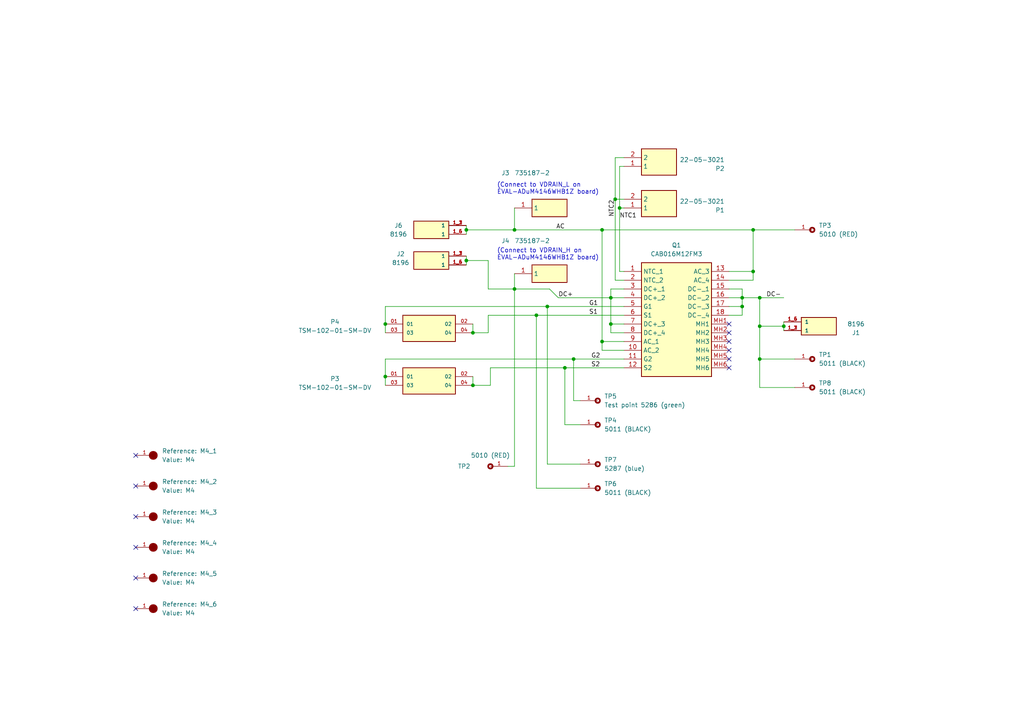
<source format=kicad_sch>
(kicad_sch (version 20231120) (generator "eeschema") (generator_version "8.0")
  (paper "A4")
  (title_block (title "Half-bridge MOSFET board for modular multiphase qZSI") (date "12/02/2024") (rev "1") (company "Universidade de Vigo - Applied Power Electronics (APET) research group") (comment 4 "Proyect PID2021-124136OB-I00 supported by") (comment 8 "~\\Luiz e Oscar\\MOSFET_Module\\KiCad\\ProjectFiles_Low_Cap") (comment 9 "L. Lisboa, O. López"))
  (lib_symbols
    (symbol "CAB016M12FM3_with_insert_pins:CAB016M12FM3_with_insert_pins_no_DC_link"
      (property "Reference" "Q" (at 26.67 7.62 0))
      (property "Value" "CAB016M12FM3" (at 26.67 5.08 0))
      (symbol "CAB016M12FM3_with_insert_pins_no_DC_link_1_1"
        (rectangle (start 5.08 2.54) (end 25.4 -30.48) (stroke (width 0.254)) (fill (type background)))
        (pin passive line (at 0 0 0) (length 5.08) (name "NTC_1") (number "1"))
        (pin passive line (at 0 -22.86 0) (length 5.08) (name "AC_2") (number "10"))
        (pin passive line (at 0 -25.4 0) (length 5.08) (name "G2") (number "11"))
        (pin passive line (at 0 -27.94 0) (length 5.08) (name "S2") (number "12"))
        (pin passive line (at 30.48 0 180) (length 5.08) (name "AC_3") (number "13"))
        (pin passive line (at 30.48 -2.54 180) (length 5.08) (name "AC_4") (number "14"))
        (pin passive line (at 30.48 -5.08 180) (length 5.08) (name "DC-_1") (number "15"))
        (pin passive line (at 30.48 -7.62 180) (length 5.08) (name "DC-_2") (number "16"))
        (pin passive line (at 30.48 -10.16 180) (length 5.08) (name "DC-_3") (number "17"))
        (pin passive line (at 30.48 -12.7 180) (length 5.08) (name "DC-_4") (number "18"))
        (pin passive line (at 0 -2.54 0) (length 5.08) (name "NTC_2") (number "2"))
        (pin passive line (at 0 -5.08 0) (length 5.08) (name "DC+_1") (number "3"))
        (pin passive line (at 0 -7.62 0) (length 5.08) (name "DC+_2") (number "4"))
        (pin passive line (at 0 -10.16 0) (length 5.08) (name "G1") (number "5"))
        (pin passive line (at 0 -12.7 0) (length 5.08) (name "S1") (number "6"))
        (pin passive line (at 0 -15.24 0) (length 5.08) (name "DC+_3") (number "7"))
        (pin passive line (at 0 -17.78 0) (length 5.08) (name "DC+_4") (number "8"))
        (pin passive line (at 0 -20.32 0) (length 5.08) (name "AC_1") (number "9"))
        (pin passive line (at 30.48 -15.24 180) (length 5.08) (name "MH1") (number "MH1"))
        (pin passive line (at 30.48 -17.78 180) (length 5.08) (name "MH2") (number "MH2"))
        (pin passive line (at 30.48 -20.32 180) (length 5.08) (name "MH3") (number "MH3"))
        (pin passive line (at 30.48 -22.86 180) (length 5.08) (name "MH4") (number "MH4"))
        (pin passive line (at 30.48 -25.4 180) (length 5.08) (name "MH5") (number "MH5"))
        (pin passive line (at 30.48 -27.94 180) (length 5.08) (name "MH6") (number "MH6"))
      )
    )
    (symbol "Connector_for_NTC_signal_Molex_22-05-3021:22-05-3021"
      (property "Reference" "P" (at 16.51 7.62 0))
      (property "Value" "22-05-3021" (at 16.51 5.08 0))
      (symbol "22-05-3021_1_1"
        (rectangle (start 5.08 2.54) (end 15.24 -5.08) (stroke (width 0.254)) (fill (type background)))
        (pin passive line (at 0 0 0) (length 5.08) (name "1") (number "1"))
        (pin passive line (at 0 -2.54 0) (length 5.08) (name "2") (number "2"))
      )
    )
    (symbol "KEYSTONE_8196:8196" (pin_names (offset 1.016))
      (property "Reference" "J" (at -5.08 3.302 0))
      (property "Value" "8196" (at -5.08 -5.08 0))
      (symbol "8196_0_0"
        (rectangle (start -5.08 2.54) (end 5.08 -2.54) (stroke (width 0.254)) (fill (type background)))
        (pin passive line (at -10.16 -1.27 0) (length 5.08) (name "1") (number "1_1"))
        (pin passive line (at -10.16 -1.27 0) (length 5.08) (name "1") (number "1_2"))
        (pin passive line (at -10.16 -1.27 0) (length 5.08) (name "1") (number "1_3"))
        (pin passive line (at -10.16 1.27 0) (length 5.08) (name "1") (number "1_4"))
        (pin passive line (at -10.16 1.27 0) (length 5.08) (name "1") (number "1_5"))
        (pin passive line (at -10.16 1.27 0) (length 5.08) (name "1") (number "1_6"))
      )
    )
    (symbol "M4_pin_1" (pin_names (offset 1.016))
      (property "Reference" "M4_" (at -2.5444 2.5415 0) (show_name))
      (property "Value" "M4" (at -2.55 -5.0866 0) (show_name))
      (symbol "M4_pin_1_0_0"
        (circle (center 0 0) (radius 0.635) (stroke (width 1.27)))
      )
      (symbol "M4_pin_1_1_0"
        (pin passive line (at -5.08 0 0) (length 5.08) (name "~") (number "1"))
      )
    )
    (symbol "M4_pin_2" (pin_names (offset 1.016))
      (property "Reference" "M4_" (at -2.5444 2.5415 0) (show_name))
      (property "Value" "M4" (at -2.55 -5.0866 0) (show_name))
      (symbol "M4_pin_2_0_0"
        (circle (center 0 0) (radius 0.635) (stroke (width 1.27)))
      )
      (symbol "M4_pin_2_1_0"
        (pin passive line (at -5.08 0 0) (length 5.08) (name "~") (number "1"))
      )
    )
    (symbol "SAMTEC_TSM-102-01-SM-DV:TSM-102-01-SM-DV" (pin_names (offset 1.016))
      (property "Reference" "J" (at -8.12 5.08 0))
      (property "Value" "TSM-102-01-SM-DV" (at -7.62 -5.08 0))
      (symbol "TSM-102-01-SM-DV_0_0"
        (rectangle (start -7.62 -2.54) (end 7.62 5.08) (stroke (width 0.254)) (fill (type background)))
        (pin passive line (at -12.7 2.54 0) (length 5.08) (name "01") (number "01"))
        (pin passive line (at 12.7 2.54 180) (length 5.08) (name "02") (number "02"))
        (pin passive line (at -12.7 0 0) (length 5.08) (name "03") (number "03"))
        (pin passive line (at 12.7 0 180) (length 5.08) (name "04") (number "04"))
      )
    )
    (symbol "TE_CONNECTIVITY_735187-2:735187-2"
      (property "Reference" "J" (at 16.51 7.62 0))
      (property "Value" "735187-2" (at 16.51 5.08 0))
      (symbol "735187-2_1_1"
        (rectangle (start 5.08 2.54) (end 15.24 -2.54) (stroke (width 0.254)) (fill (type background)))
        (pin passive line (at 0 0 0) (length 5.08) (name "1") (number "1"))
      )
    )
    (symbol "Test_pin_KEYSTONE_5010 (red):5010" (pin_names (offset 1.016))
      (property "Reference" "TP" (at -2.5444 2.5415 0))
      (property "Value" "5010 (RED)" (at -2.55 -5.0866 0))
      (symbol "5010_1_0"
        (circle (center 0 0) (radius 0.635) (stroke (width 0.5)) (fill (type color)))
        (pin passive line (at -5.08 0 0) (length 5.08) (name "~") (number "1"))
      )
    )
    (symbol "Test_pin_KEYSTONE_5011:5011" (pin_names (offset 1.016))
      (property "Reference" "TP" (at -2.5444 2.5415 0))
      (property "Value" "5011 (BLACK)" (at -2.55 -5.0866 0))
      (symbol "5011_1_0"
        (circle (center 0 0) (radius 0.635) (stroke (width 0.5)) (fill (type color)))
        (pin passive line (at -5.08 0 0) (length 5.08) (name "~") (number "1"))
      )
    )
    (symbol "Test_pin_KEYSTONE_5286:5286" (pin_names (offset 1.016))
      (property "Reference" "TP1" (at 1.27 -2.54 90))
      (property "Value" "5286 (green)" (at -1.27 -2.54 90))
      (symbol "5286_0_0"
        (pin passive line (at -5.08 0 0) (length 5.08) (name "~") (number "1"))
      )
      (symbol "5286_1_1"
        (circle (center 0 0) (radius 0.635) (stroke (width 0.5)) (fill (type color) (color 255 255 255 1)))
      )
    )
    (symbol "Test_pin_KEYSTONE_5287:5287" (pin_names (offset 1.016))
      (property "Reference" "TP" (at -2.5444 2.5415 0))
      (property "Value" "5287 (blue)" (at -2.55 -5.0866 0))
      (symbol "5287_0_0"
        (pin passive line (at -5.08 0 0) (length 5.08) (name "~") (number "1"))
      )
      (symbol "5287_1_1"
        (circle (center 0 0) (radius 0.635) (stroke (width 0.5)) (fill (type color) (color 255 255 255 1)))
      )
    )
  )
  (junction (at 137.16 96.52))
  (junction (at 166.37 104.14))
  (junction (at 174.625 66.675))
  (junction (at 220.345 94.615))
  (junction (at 178.435 57.785))
  (junction (at 215.265 88.9))
  (junction (at 215.265 86.36))
  (junction (at 218.44 66.675))
  (junction (at 135.255 75.565))
  (junction (at 149.225 66.675))
  (junction (at 137.16 111.76))
  (junction (at 163.83 106.68))
  (junction (at 220.345 86.36))
  (junction (at 218.44 78.74))
  (junction (at 177.165 86.36))
  (junction (at 149.225 83.82))
  (junction (at 227.33 94.615))
  (junction (at 135.255 66.675))
  (junction (at 155.575 91.44))
  (junction (at 179.705 60.325))
  (junction (at 220.345 104.14))
  (junction (at 177.165 93.98))
  (junction (at 158.75 88.9))
  (junction (at 111.76 93.98))
  (junction (at 174.625 99.06))
  (junction (at 111.76 109.22))
  (no_connect (at 39.37 149.86))
  (no_connect (at 211.455 99.06))
  (no_connect (at 211.455 93.98))
  (no_connect (at 211.455 104.14))
  (no_connect (at 211.455 96.52))
  (no_connect (at 211.455 101.6))
  (no_connect (at 211.455 106.68))
  (no_connect (at 39.37 176.53))
  (no_connect (at 39.37 140.97))
  (no_connect (at 39.37 132.08))
  (no_connect (at 39.37 158.75))
  (no_connect (at 39.37 167.64))
  (wire (pts (xy 111.76 93.98) (xy 111.76 96.52)))
  (wire (pts (xy 178.435 45.72) (xy 178.435 57.785)))
  (wire (pts (xy 174.625 99.06) (xy 174.625 101.6)))
  (wire (pts (xy 135.255 74.295) (xy 135.255 75.565)))
  (wire (pts (xy 158.75 88.9) (xy 180.975 88.9)))
  (wire (pts (xy 177.165 96.52) (xy 180.975 96.52)))
  (wire (pts (xy 135.255 75.565) (xy 141.605 75.565)))
  (wire (pts (xy 149.225 83.82) (xy 159.385 83.82)))
  (wire (pts (xy 218.44 66.675) (xy 218.44 78.74)))
  (wire (pts (xy 177.165 83.82) (xy 177.165 86.36)))
  (wire (pts (xy 155.575 91.44) (xy 180.975 91.44)))
  (wire (pts (xy 141.605 96.52) (xy 141.605 91.44)))
  (wire (pts (xy 163.83 106.68) (xy 163.83 123.19)))
  (wire (pts (xy 166.37 104.14) (xy 166.37 116.205)))
  (wire (pts (xy 141.605 75.565) (xy 141.605 83.82)))
  (wire (pts (xy 220.345 94.615) (xy 220.345 104.14)))
  (wire (pts (xy 135.255 66.675) (xy 149.225 66.675)))
  (wire (pts (xy 227.33 94.615) (xy 227.33 95.885)))
  (wire (pts (xy 174.625 66.675) (xy 218.44 66.675)))
  (wire (pts (xy 220.345 86.36) (xy 227.33 86.36)))
  (wire (pts (xy 137.16 111.76) (xy 137.16 109.22)))
  (wire (pts (xy 220.345 86.36) (xy 220.345 94.615)))
  (wire (pts (xy 111.76 104.14) (xy 166.37 104.14)))
  (wire (pts (xy 211.455 86.36) (xy 215.265 86.36)))
  (wire (pts (xy 220.345 104.14) (xy 230.505 104.14)))
  (wire (pts (xy 227.33 93.345) (xy 227.33 94.615)))
  (wire (pts (xy 137.16 111.76) (xy 142.24 111.76)))
  (wire (pts (xy 179.705 78.74) (xy 180.975 78.74)))
  (wire (pts (xy 135.255 66.675) (xy 135.255 67.945)))
  (wire (pts (xy 211.455 83.82) (xy 215.265 83.82)))
  (wire (pts (xy 179.705 60.325) (xy 179.705 78.74)))
  (wire (pts (xy 177.165 86.36) (xy 177.165 93.98)))
  (wire (pts (xy 149.225 66.675) (xy 174.625 66.675)))
  (wire (pts (xy 111.76 109.22) (xy 111.76 111.76)))
  (wire (pts (xy 174.625 99.06) (xy 180.975 99.06)))
  (wire (pts (xy 178.435 81.28) (xy 180.975 81.28)))
  (wire (pts (xy 149.225 79.375) (xy 149.225 83.82)))
  (wire (pts (xy 135.255 75.565) (xy 135.255 76.835)))
  (wire (pts (xy 220.345 104.14) (xy 220.345 112.395)))
  (wire (pts (xy 149.225 83.82) (xy 149.225 135.255)))
  (wire (pts (xy 158.75 88.9) (xy 158.75 134.62)))
  (wire (pts (xy 218.44 78.74) (xy 218.44 81.28)))
  (wire (pts (xy 211.455 91.44) (xy 215.265 91.44)))
  (wire (pts (xy 211.455 88.9) (xy 215.265 88.9)))
  (wire (pts (xy 135.255 65.405) (xy 135.255 66.675)))
  (wire (pts (xy 149.225 60.325) (xy 149.225 66.675)))
  (wire (pts (xy 142.24 111.76) (xy 142.24 106.68)))
  (wire (pts (xy 111.76 88.9) (xy 158.75 88.9)))
  (wire (pts (xy 142.24 106.68) (xy 163.83 106.68)))
  (wire (pts (xy 179.705 60.325) (xy 180.975 60.325)))
  (wire (pts (xy 179.705 48.26) (xy 180.975 48.26)))
  (wire (pts (xy 218.44 66.675) (xy 230.505 66.675)))
  (wire (pts (xy 211.455 81.28) (xy 218.44 81.28)))
  (wire (pts (xy 211.455 78.74) (xy 218.44 78.74)))
  (wire (pts (xy 155.575 141.605) (xy 168.275 141.605)))
  (wire (pts (xy 166.37 116.205) (xy 168.275 116.205)))
  (wire (pts (xy 158.75 134.62) (xy 168.275 134.62)))
  (wire (pts (xy 177.165 83.82) (xy 180.975 83.82)))
  (wire (pts (xy 174.625 66.675) (xy 174.625 99.06)))
  (wire (pts (xy 155.575 91.44) (xy 155.575 141.605)))
  (wire (pts (xy 137.16 93.98) (xy 137.16 96.52)))
  (wire (pts (xy 215.265 86.36) (xy 215.265 88.9)))
  (wire (pts (xy 179.705 48.26) (xy 179.705 60.325)))
  (wire (pts (xy 147.32 135.255) (xy 149.225 135.255)))
  (wire (pts (xy 177.165 93.98) (xy 177.165 96.52)))
  (wire (pts (xy 215.265 88.9) (xy 215.265 91.44)))
  (wire (pts (xy 178.435 57.785) (xy 180.975 57.785)))
  (wire (pts (xy 141.605 83.82) (xy 149.225 83.82)))
  (wire (pts (xy 161.925 86.36) (xy 177.165 86.36)))
  (wire (pts (xy 163.83 123.19) (xy 168.275 123.19)))
  (wire (pts (xy 178.435 45.72) (xy 180.975 45.72)))
  (wire (pts (xy 177.165 86.36) (xy 180.975 86.36)))
  (wire (pts (xy 215.265 83.82) (xy 215.265 86.36)))
  (wire (pts (xy 166.37 104.14) (xy 180.975 104.14)))
  (wire (pts (xy 111.76 104.14) (xy 111.76 109.22)))
  (wire (pts (xy 215.265 86.36) (xy 220.345 86.36)))
  (wire (pts (xy 177.165 93.98) (xy 180.975 93.98)))
  (wire (pts (xy 159.385 83.82) (xy 161.925 86.36)))
  (wire (pts (xy 220.345 112.395) (xy 230.505 112.395)))
  (wire (pts (xy 178.435 57.785) (xy 178.435 81.28)))
  (wire (pts (xy 174.625 101.6) (xy 180.975 101.6)))
  (wire (pts (xy 220.345 94.615) (xy 227.33 94.615)))
  (wire (pts (xy 163.83 106.68) (xy 180.975 106.68)))
  (wire (pts (xy 141.605 91.44) (xy 155.575 91.44)))
  (wire (pts (xy 111.76 88.9) (xy 111.76 93.98)))
  (wire (pts (xy 137.16 96.52) (xy 141.605 96.52)))
  (text "(Connect to VDRAIN_L on \nEVAL-ADuM4146WHB1Z board)" (at 144.145 56.515 0) (effects (font (size 1.27 1.27)) (justify left bottom)))
  (text "(Connect to VDRAIN_H on \nEVAL-ADuM4146WHB1Z board)" (at 144.145 75.565 0) (effects (font (size 1.27 1.27)) (justify left bottom)))
  (label "G1" (at 170.815 88.9 0))
  (label "NTC1" (at 179.705 63.5 0))
  (label "G2" (at 171.45 104.14 0))
  (label "AC" (at 161.29 66.675 0))
  (label "NTC2" (at 178.435 62.865 90))
  (label "DC-" (at 222.25 86.36 0))
  (label "DC+" (at 161.925 86.36 0))
  (label "S1" (at 170.815 91.44 0))
  (label "S2" (at 171.45 106.68 0))
  (symbol (lib_id "Test_pin_KEYSTONE_5287:5287") (at 173.355 134.62 0) (unit 1)
    (property "Reference" "TP7" (at 175.26 133.35 0) (effects (justify left)))
    (property "Value" "5287 (blue)" (at 175.26 135.89 0) (effects (justify left)))
    (property "Footprint" "KiCad:Test_pin_KEYSTONE_5287" (effects (hide yes)))
    (property "Description" "\nTEST POINT (BLUE) - MULTIPURPOSE\n" (effects (hide yes)))
    (property "MF" "Keystone Electronics" (effects (hide yes)))
    (property "MAXIMUM_PACKAGE_HEIGHT" "5.59mm" (effects (hide yes)))
    (property "Package" "None" (effects (hide yes)))
    (property "Price" "None" (effects (hide yes)))
    (property "Check_prices" "https://www.snapeda.com/parts/5287/Keystone+Electronics/view-part/?ref=eda" (effects (hide yes)))
    (property "STANDARD" "Manufacturer Recommendations" (effects (hide yes)))
    (property "SnapEDA_Link" "https://www.snapeda.com/parts/5287/Keystone+Electronics/view-part/?ref=snap" (effects (hide yes)))
    (property "MP" "5287" (effects (hide yes)))
    (property "MANUFACTURER" "Keystone" (effects (hide yes)))
    (property "Availability" "In Stock" (effects (hide yes)))
    (property "SNAPEDA_PN" "5270" (effects (hide yes)))
  )
  (symbol (lib_id "TE_CONNECTIVITY_735187-2:735187-2") (at 149.225 60.325 0) (unit 1)
    (property "Reference" "J3" (at 145.415 50.165 0) (effects (justify left)))
    (property "Value" "735187-2" (at 149.225 50.165 0) (effects (justify left)))
    (property "Footprint" "KiCad:TE_CONNECTIVITY_7351872" (effects (hide yes)))
    (property "Datasheet" "http://www.te.com/commerce/DocumentDelivery/DDEController?Action=showdoc&DocId=Customer+Drawing%7F735187%7FD2%7Fpdf%7FEnglish%7FENG_CD_735187_D2.pdf%7F735187-2" (effects (hide yes)))
    (property "Height" "0" (effects (hide yes)))
    (property "Mouser Part Number" "571-735187-2" (effects (hide yes)))
    (property "Mouser Price/Stock" "https://www.mouser.co.uk/ProductDetail/TE-Connectivity-AMP/735187-2?qs=sd1rtLGwt46VH%2FlJGJZu5w%3D%3D" (effects (hide yes)))
    (property "Manufacturer_Name" "TE Connectivity" (effects (hide yes)))
    (property "Manufacturer_Part_Number" "735187-2" (effects (hide yes)))
  )
  (symbol (lib_name "M4_pin_2") (lib_id "M4_Hole:M4_pin") (at 44.45 158.75 0) (unit 1)
    (property "Reference" "M4_4" (at 46.99 157.48 0) (show_name yes) (effects (justify left)))
    (property "Value" "M4" (at 46.99 160.02 0) (show_name yes) (effects (justify left)))
    (property "Footprint" "KiCad:M4_Hole" (effects (hide yes)))
    (property "Description" "\nTest Point MultiPurpose THM H .445 Nylon 46 Insulated Blk PhosBronze/Silver | Keystone Electronics 5011\n" (effects (hide yes)))
    (property "RS_Components_2042652_Purchase_URL" "https://www.snapeda.com/api/url_track_click/https%253A//uk.rs-online.com/web/p/terminal-posts/2042652//%253Futm_campaign%253Dbuynow%2526utm_medium%253Daggregator%2526utm_source%253Dsnapeda%2526cm_mmc%253Daff-_-uk-_-snapeda-_-2042652/?unipart_id=6628606&manufacturer=Keystone Electronics Corp.&part_name=5011&search_term=keystone 5011" (effects (hide yes)))
    (property "MF" "Keystone Electronics Corp." (effects (hide yes)))
    (property "MAXIMUM_PACKAGE_HEIGHT" "8.13 mm" (effects (hide yes)))
    (property "Package" "None" (effects (hide yes)))
    (property "Check_prices" "https://www.snapeda.com/parts/5011/Keystone+Electronics/view-part/?ref=eda" (effects (hide yes)))
    (property "STANDARD" "Manufacturer Recommendations" (effects (hide yes)))
    (property "PARTREV" "F" (effects (hide yes)))
    (property "SnapEDA_Link" "https://www.snapeda.com/parts/5011/Keystone+Electronics/view-part/?ref=snap" (effects (hide yes)))
    (property "MP" "5011" (effects (hide yes)))
    (property "Purchase-URL" "https://www.snapeda.com/api/url_track_click_mouser/?unipart_id=6628606&manufacturer=Keystone Electronics Corp.&part_name=5011&search_term=keystone 5011" (effects (hide yes)))
    (property "MANUFACTURER" "Keystone Electronics" (effects (hide yes)))
    (property "SNAPEDA_PN" "5010" (effects (hide yes)))
  )
  (symbol (lib_name "M4_pin_2") (lib_id "M4_Hole:M4_pin") (at 44.45 176.53 0) (unit 1)
    (property "Reference" "M4_6" (at 46.99 175.26 0) (show_name yes) (effects (justify left)))
    (property "Value" "M4" (at 46.99 177.8 0) (show_name yes) (effects (justify left)))
    (property "Footprint" "KiCad:M4_Hole" (effects (hide yes)))
    (property "Description" "\nTest Point MultiPurpose THM H .445 Nylon 46 Insulated Blk PhosBronze/Silver | Keystone Electronics 5011\n" (effects (hide yes)))
    (property "RS_Components_2042652_Purchase_URL" "https://www.snapeda.com/api/url_track_click/https%253A//uk.rs-online.com/web/p/terminal-posts/2042652//%253Futm_campaign%253Dbuynow%2526utm_medium%253Daggregator%2526utm_source%253Dsnapeda%2526cm_mmc%253Daff-_-uk-_-snapeda-_-2042652/?unipart_id=6628606&manufacturer=Keystone Electronics Corp.&part_name=5011&search_term=keystone 5011" (effects (hide yes)))
    (property "MF" "Keystone Electronics Corp." (effects (hide yes)))
    (property "MAXIMUM_PACKAGE_HEIGHT" "8.13 mm" (effects (hide yes)))
    (property "Package" "None" (effects (hide yes)))
    (property "Check_prices" "https://www.snapeda.com/parts/5011/Keystone+Electronics/view-part/?ref=eda" (effects (hide yes)))
    (property "STANDARD" "Manufacturer Recommendations" (effects (hide yes)))
    (property "PARTREV" "F" (effects (hide yes)))
    (property "SnapEDA_Link" "https://www.snapeda.com/parts/5011/Keystone+Electronics/view-part/?ref=snap" (effects (hide yes)))
    (property "MP" "5011" (effects (hide yes)))
    (property "Purchase-URL" "https://www.snapeda.com/api/url_track_click_mouser/?unipart_id=6628606&manufacturer=Keystone Electronics Corp.&part_name=5011&search_term=keystone 5011" (effects (hide yes)))
    (property "MANUFACTURER" "Keystone Electronics" (effects (hide yes)))
    (property "SNAPEDA_PN" "5010" (effects (hide yes)))
  )
  (symbol (lib_id "SAMTEC_TSM-102-01-SM-DV:TSM-102-01-SM-DV") (at 124.46 111.76 0) (unit 1)
    (property "Reference" "P3" (at 97.155 109.855 0))
    (property "Value" "TSM-102-01-SM-DV" (at 97.155 112.395 0))
    (property "Footprint" "KiCad:SAMTEC_TSM-102-01-SM-DV" (effects (hide yes)))
    (property "MANUFACTURER" "SAMTEC" (effects (hide yes)))
  )
  (symbol (lib_id "KEYSTONE_8196:8196") (at 237.49 94.615 0) (unit 1)
    (property "Reference" "J1" (at 248.285 96.52 0))
    (property "Value" "8196" (at 248.285 93.98 0))
    (property "Footprint" "KiCad:KEYSTONE_8196" (effects (hide yes)))
    (property "Description" "\nSnap In PC Mount 30Amp-w/ Screw Unassembled\n" (effects (hide yes)))
    (property "MF" "Keystone Electronics" (effects (hide yes)))
    (property "MAXIMUM_PACKAGE_HEIGHT" "11.51 mm" (effects (hide yes)))
    (property "Package" "None" (effects (hide yes)))
    (property "Price" "None" (effects (hide yes)))
    (property "Check_prices" "https://www.snapeda.com/parts/8196/Keystone+Electronics/view-part/?ref=eda" (effects (hide yes)))
    (property "STANDARD" "Manufacturer Recommendations" (effects (hide yes)))
    (property "PARTREV" "D" (effects (hide yes)))
    (property "SnapEDA_Link" "https://www.snapeda.com/parts/8196/Keystone+Electronics/view-part/?ref=snap" (effects (hide yes)))
    (property "MP" "8196" (effects (hide yes)))
    (property "Purchase-URL" "https://www.snapeda.com/api/url_track_click_mouser/?unipart_id=552876&manufacturer=Keystone Electronics&part_name=8196&search_term=None" (effects (hide yes)))
    (property "Availability" "In Stock" (effects (hide yes)))
    (property "MANUFACTURER" "Keystone Electronics" (effects (hide yes)))
  )
  (symbol (lib_id "TE_CONNECTIVITY_735187-2:735187-2") (at 149.225 79.375 0) (unit 1)
    (property "Reference" "J4" (at 145.415 69.85 0) (effects (justify left)))
    (property "Value" "735187-2" (at 149.225 69.85 0) (effects (justify left)))
    (property "Footprint" "KiCad:TE_CONNECTIVITY_7351872" (effects (hide yes)))
    (property "Datasheet" "http://www.te.com/commerce/DocumentDelivery/DDEController?Action=showdoc&DocId=Customer+Drawing%7F735187%7FD2%7Fpdf%7FEnglish%7FENG_CD_735187_D2.pdf%7F735187-2" (effects (hide yes)))
    (property "Height" "0" (effects (hide yes)))
    (property "Mouser Part Number" "571-735187-2" (effects (hide yes)))
    (property "Mouser Price/Stock" "https://www.mouser.co.uk/ProductDetail/TE-Connectivity-AMP/735187-2?qs=sd1rtLGwt46VH%2FlJGJZu5w%3D%3D" (effects (hide yes)))
    (property "Manufacturer_Name" "TE Connectivity" (effects (hide yes)))
    (property "Manufacturer_Part_Number" "735187-2" (effects (hide yes)))
  )
  (symbol (lib_name "M4_pin_1") (lib_id "M4_Hole:M4_pin") (at 44.45 167.64 0) (unit 1)
    (property "Reference" "M4_5" (at 46.99 166.37 0) (show_name yes) (effects (justify left)))
    (property "Value" "M4" (at 46.99 168.91 0) (show_name yes) (effects (justify left)))
    (property "Footprint" "KiCad:M4_Hole" (effects (hide yes)))
    (property "Description" "\nTest Point MultiPurpose THM H .445 Nylon 46 Insulated Blk PhosBronze/Silver | Keystone Electronics 5011\n" (effects (hide yes)))
    (property "RS_Components_2042652_Purchase_URL" "https://www.snapeda.com/api/url_track_click/https%253A//uk.rs-online.com/web/p/terminal-posts/2042652//%253Futm_campaign%253Dbuynow%2526utm_medium%253Daggregator%2526utm_source%253Dsnapeda%2526cm_mmc%253Daff-_-uk-_-snapeda-_-2042652/?unipart_id=6628606&manufacturer=Keystone Electronics Corp.&part_name=5011&search_term=keystone 5011" (effects (hide yes)))
    (property "MF" "Keystone Electronics Corp." (effects (hide yes)))
    (property "MAXIMUM_PACKAGE_HEIGHT" "8.13 mm" (effects (hide yes)))
    (property "Package" "None" (effects (hide yes)))
    (property "Check_prices" "https://www.snapeda.com/parts/5011/Keystone+Electronics/view-part/?ref=eda" (effects (hide yes)))
    (property "STANDARD" "Manufacturer Recommendations" (effects (hide yes)))
    (property "PARTREV" "F" (effects (hide yes)))
    (property "SnapEDA_Link" "https://www.snapeda.com/parts/5011/Keystone+Electronics/view-part/?ref=snap" (effects (hide yes)))
    (property "MP" "5011" (effects (hide yes)))
    (property "Purchase-URL" "https://www.snapeda.com/api/url_track_click_mouser/?unipart_id=6628606&manufacturer=Keystone Electronics Corp.&part_name=5011&search_term=keystone 5011" (effects (hide yes)))
    (property "MANUFACTURER" "Keystone Electronics" (effects (hide yes)))
    (property "SNAPEDA_PN" "5010" (effects (hide yes)))
  )
  (symbol (lib_id "Connector_for_NTC_signal_Molex_22-05-3021:22-05-3021") (at 180.975 60.325 0) (mirror x) (unit 1)
    (property "Reference" "P1" (at 210.185 60.96 0) (effects (justify right)))
    (property "Value" "22-05-3021" (at 210.185 58.42 0) (effects (justify right)))
    (property "Footprint" "KiCad:Connector_for_NTC_signal_22-05-3021" (effects (hide yes)))
    (property "Datasheet" "http://www.molex.com/webdocs/datasheets/pdf/en-us/0022053031_PCB_HEADERS.pdf" (effects (hide yes)))
    (property "Mouser Part Number" "538-22-05-3021" (effects (hide yes)))
    (property "Mouser Price/Stock" "https://www.mouser.co.uk/ProductDetail/Molex/22-05-3021?qs=wUVoC1r15A8LYgt5mQ3uWQ%3D%3D" (effects (hide yes)))
    (property "Manufacturer_Name" "Molex" (effects (hide yes)))
    (property "Manufacturer_Part_Number" "22-05-3021" (effects (hide yes)))
  )
  (symbol (lib_id "Test_pin_KEYSTONE_5010 (red):5010") (at 235.585 66.675 0) (unit 1)
    (property "Reference" "TP3" (at 237.49 65.405 0) (effects (justify left)))
    (property "Value" "5010 (RED)" (at 237.49 67.945 0) (effects (justify left)))
    (property "Footprint" "KiCad:Test_pin_KEYSTONE_5010 (red)" (effects (hide yes)))
    (property "Description" "\nTest Point MultiPurpose THM .445 L .125 OD Heat Resistant Nylon 46 Red | Keystone Electronics 5010\n" (effects (hide yes)))
    (property "DigiKey_Part_Number" "36-5010-ND" (effects (hide yes)))
    (property "MF" "Keystone Electronics Corp." (effects (hide yes)))
    (property "MAXIMUM_PACKAGE_HEIGHT" "8.13 mm" (effects (hide yes)))
    (property "Package" "NON STANDARD-1 Keystone" (effects (hide yes)))
    (property "Check_prices" "https://www.snapeda.com/parts/5010/Keystone+Electronics/view-part/?ref=eda" (effects (hide yes)))
    (property "STANDARD" "Manufacturer Recommendations" (effects (hide yes)))
    (property "PARTREV" "F" (effects (hide yes)))
    (property "SnapEDA_Link" "https://www.snapeda.com/parts/5010/Keystone+Electronics/view-part/?ref=snap" (effects (hide yes)))
    (property "MP" "5010" (effects (hide yes)))
    (property "Purchase-URL" "https://www.snapeda.com/api/url_track_click_mouser/?unipart_id=4901036&manufacturer=Keystone Electronics Corp.&part_name=5010&search_term=keystone 5010" (effects (hide yes)))
    (property "SNAPEDA_PN" "5010" (effects (hide yes)))
    (property "MANUFACTURER" "Keystone Electronics" (effects (hide yes)))
  )
  (symbol (lib_id "SAMTEC_TSM-102-01-SM-DV:TSM-102-01-SM-DV") (at 124.46 96.52 0) (unit 1)
    (property "Reference" "P4" (at 97.155 93.345 0))
    (property "Value" "TSM-102-01-SM-DV" (at 97.155 95.885 0))
    (property "Footprint" "KiCad:SAMTEC_TSM-102-01-SM-DV" (effects (hide yes)))
    (property "MANUFACTURER" "SAMTEC" (effects (hide yes)))
  )
  (symbol (lib_id "Test_pin_KEYSTONE_5011:5011") (at 173.355 123.19 0) (unit 1)
    (property "Reference" "TP4" (at 175.26 121.92 0) (effects (justify left)))
    (property "Value" "5011 (BLACK)" (at 175.26 124.46 0) (effects (justify left)))
    (property "Footprint" "KiCad:Test_pin_KEYSTONE_5011" (effects (hide yes)))
    (property "Description" "\nTest Point MultiPurpose THM H .445 Nylon 46 Insulated Blk PhosBronze/Silver | Keystone Electronics 5011\n" (effects (hide yes)))
    (property "RS_Components_2042652_Purchase_URL" "https://www.snapeda.com/api/url_track_click/https%253A//uk.rs-online.com/web/p/terminal-posts/2042652//%253Futm_campaign%253Dbuynow%2526utm_medium%253Daggregator%2526utm_source%253Dsnapeda%2526cm_mmc%253Daff-_-uk-_-snapeda-_-2042652/?unipart_id=6628606&manufacturer=Keystone Electronics Corp.&part_name=5011&search_term=keystone 5011" (effects (hide yes)))
    (property "MF" "Keystone Electronics Corp." (effects (hide yes)))
    (property "MAXIMUM_PACKAGE_HEIGHT" "8.13 mm" (effects (hide yes)))
    (property "Package" "None" (effects (hide yes)))
    (property "Check_prices" "https://www.snapeda.com/parts/5011/Keystone+Electronics/view-part/?ref=eda" (effects (hide yes)))
    (property "STANDARD" "Manufacturer Recommendations" (effects (hide yes)))
    (property "PARTREV" "F" (effects (hide yes)))
    (property "SnapEDA_Link" "https://www.snapeda.com/parts/5011/Keystone+Electronics/view-part/?ref=snap" (effects (hide yes)))
    (property "MP" "5011" (effects (hide yes)))
    (property "Purchase-URL" "https://www.snapeda.com/api/url_track_click_mouser/?unipart_id=6628606&manufacturer=Keystone Electronics Corp.&part_name=5011&search_term=keystone 5011" (effects (hide yes)))
    (property "MANUFACTURER" "Keystone Electronics" (effects (hide yes)))
    (property "SNAPEDA_PN" "5010" (effects (hide yes)))
  )
  (symbol (lib_id "Test_pin_KEYSTONE_5011:5011") (at 173.355 141.605 0) (unit 1)
    (property "Reference" "TP6" (at 175.26 140.335 0) (effects (justify left)))
    (property "Value" "5011 (BLACK)" (at 175.26 142.875 0) (effects (justify left)))
    (property "Footprint" "KiCad:Test_pin_KEYSTONE_5011" (effects (hide yes)))
    (property "Description" "\nTest Point MultiPurpose THM H .445 Nylon 46 Insulated Blk PhosBronze/Silver | Keystone Electronics 5011\n" (effects (hide yes)))
    (property "RS_Components_2042652_Purchase_URL" "https://www.snapeda.com/api/url_track_click/https%253A//uk.rs-online.com/web/p/terminal-posts/2042652//%253Futm_campaign%253Dbuynow%2526utm_medium%253Daggregator%2526utm_source%253Dsnapeda%2526cm_mmc%253Daff-_-uk-_-snapeda-_-2042652/?unipart_id=6628606&manufacturer=Keystone Electronics Corp.&part_name=5011&search_term=keystone 5011" (effects (hide yes)))
    (property "MF" "Keystone Electronics Corp." (effects (hide yes)))
    (property "MAXIMUM_PACKAGE_HEIGHT" "8.13 mm" (effects (hide yes)))
    (property "Package" "None" (effects (hide yes)))
    (property "Check_prices" "https://www.snapeda.com/parts/5011/Keystone+Electronics/view-part/?ref=eda" (effects (hide yes)))
    (property "STANDARD" "Manufacturer Recommendations" (effects (hide yes)))
    (property "PARTREV" "F" (effects (hide yes)))
    (property "SnapEDA_Link" "https://www.snapeda.com/parts/5011/Keystone+Electronics/view-part/?ref=snap" (effects (hide yes)))
    (property "MP" "5011" (effects (hide yes)))
    (property "Purchase-URL" "https://www.snapeda.com/api/url_track_click_mouser/?unipart_id=6628606&manufacturer=Keystone Electronics Corp.&part_name=5011&search_term=keystone 5011" (effects (hide yes)))
    (property "MANUFACTURER" "Keystone Electronics" (effects (hide yes)))
    (property "SNAPEDA_PN" "5010" (effects (hide yes)))
  )
  (symbol (lib_name "M4_pin_1") (lib_id "M4_Hole:M4_pin") (at 44.45 149.86 0) (unit 1)
    (property "Reference" "M4_3" (at 46.99 148.59 0) (show_name yes) (effects (justify left)))
    (property "Value" "M4" (at 46.99 151.13 0) (show_name yes) (effects (justify left)))
    (property "Footprint" "KiCad:M4_Hole" (effects (hide yes)))
    (property "Description" "\nTest Point MultiPurpose THM H .445 Nylon 46 Insulated Blk PhosBronze/Silver | Keystone Electronics 5011\n" (effects (hide yes)))
    (property "RS_Components_2042652_Purchase_URL" "https://www.snapeda.com/api/url_track_click/https%253A//uk.rs-online.com/web/p/terminal-posts/2042652//%253Futm_campaign%253Dbuynow%2526utm_medium%253Daggregator%2526utm_source%253Dsnapeda%2526cm_mmc%253Daff-_-uk-_-snapeda-_-2042652/?unipart_id=6628606&manufacturer=Keystone Electronics Corp.&part_name=5011&search_term=keystone 5011" (effects (hide yes)))
    (property "MF" "Keystone Electronics Corp." (effects (hide yes)))
    (property "MAXIMUM_PACKAGE_HEIGHT" "8.13 mm" (effects (hide yes)))
    (property "Package" "None" (effects (hide yes)))
    (property "Check_prices" "https://www.snapeda.com/parts/5011/Keystone+Electronics/view-part/?ref=eda" (effects (hide yes)))
    (property "STANDARD" "Manufacturer Recommendations" (effects (hide yes)))
    (property "PARTREV" "F" (effects (hide yes)))
    (property "SnapEDA_Link" "https://www.snapeda.com/parts/5011/Keystone+Electronics/view-part/?ref=snap" (effects (hide yes)))
    (property "MP" "5011" (effects (hide yes)))
    (property "Purchase-URL" "https://www.snapeda.com/api/url_track_click_mouser/?unipart_id=6628606&manufacturer=Keystone Electronics Corp.&part_name=5011&search_term=keystone 5011" (effects (hide yes)))
    (property "MANUFACTURER" "Keystone Electronics" (effects (hide yes)))
    (property "SNAPEDA_PN" "5010" (effects (hide yes)))
  )
  (symbol (lib_id "Test_pin_KEYSTONE_5286:5286") (at 173.355 116.205 0) (unit 1)
    (property "Reference" "TP5" (at 175.26 114.935 0) (effects (justify left)))
    (property "Value" "Test point 5286 (green)" (at 175.26 117.475 0) (effects (justify left)))
    (property "Footprint" "KiCad:Test_pin_KEYSTONE_5286" (effects (hide yes)))
    (property "Description" "\nTEST POINT (GREEN) - MULTIPURPOSE\n" (effects (hide yes)))
    (property "MF" "Keystone Electronics" (effects (hide yes)))
    (property "MAXIMUM_PACKAGE_HEIGHT" "5.59mm" (effects (hide yes)))
    (property "Package" "None" (effects (hide yes)))
    (property "Price" "None" (effects (hide yes)))
    (property "Check_prices" "https://www.snapeda.com/parts/5286/Keystone+Electronics/view-part/?ref=eda" (effects (hide yes)))
    (property "STANDARD" "Manufacturer Recommendations" (effects (hide yes)))
    (property "SnapEDA_Link" "https://www.snapeda.com/parts/5286/Keystone+Electronics/view-part/?ref=snap" (effects (hide yes)))
    (property "MP" "5286" (effects (hide yes)))
    (property "MANUFACTURER" "Keystone" (effects (hide yes)))
    (property "Availability" "In Stock" (effects (hide yes)))
    (property "SNAPEDA_PN" "5270" (effects (hide yes)))
  )
  (symbol (lib_id "Test_pin_KEYSTONE_5010 (red):5010") (at 142.24 135.255 180) (unit 1)
    (property "Reference" "TP2" (at 134.62 135.255 0))
    (property "Value" "5010 (RED)" (at 142.24 132.08 0))
    (property "Footprint" "KiCad:Test_pin_KEYSTONE_5010 (red)" (effects (hide yes)))
    (property "Description" "\nTest Point MultiPurpose THM .445 L .125 OD Heat Resistant Nylon 46 Red | Keystone Electronics 5010\n" (effects (hide yes)))
    (property "DigiKey_Part_Number" "36-5010-ND" (effects (hide yes)))
    (property "MF" "Keystone Electronics Corp." (effects (hide yes)))
    (property "MAXIMUM_PACKAGE_HEIGHT" "8.13 mm" (effects (hide yes)))
    (property "Package" "NON STANDARD-1 Keystone" (effects (hide yes)))
    (property "Check_prices" "https://www.snapeda.com/parts/5010/Keystone+Electronics/view-part/?ref=eda" (effects (hide yes)))
    (property "STANDARD" "Manufacturer Recommendations" (effects (hide yes)))
    (property "PARTREV" "F" (effects (hide yes)))
    (property "SnapEDA_Link" "https://www.snapeda.com/parts/5010/Keystone+Electronics/view-part/?ref=snap" (effects (hide yes)))
    (property "MP" "5010" (effects (hide yes)))
    (property "Purchase-URL" "https://www.snapeda.com/api/url_track_click_mouser/?unipart_id=4901036&manufacturer=Keystone Electronics Corp.&part_name=5010&search_term=keystone 5010" (effects (hide yes)))
    (property "SNAPEDA_PN" "5010" (effects (hide yes)))
    (property "MANUFACTURER" "Keystone Electronics" (effects (hide yes)))
  )
  (symbol (lib_name "M4_pin_2") (lib_id "M4_Hole:M4_pin") (at 44.45 140.97 0) (unit 1)
    (property "Reference" "M4_2" (at 46.99 139.7 0) (show_name yes) (effects (justify left)))
    (property "Value" "M4" (at 46.99 142.24 0) (show_name yes) (effects (justify left)))
    (property "Footprint" "KiCad:M4_Hole" (effects (hide yes)))
    (property "Description" "\nTest Point MultiPurpose THM H .445 Nylon 46 Insulated Blk PhosBronze/Silver | Keystone Electronics 5011\n" (effects (hide yes)))
    (property "RS_Components_2042652_Purchase_URL" "https://www.snapeda.com/api/url_track_click/https%253A//uk.rs-online.com/web/p/terminal-posts/2042652//%253Futm_campaign%253Dbuynow%2526utm_medium%253Daggregator%2526utm_source%253Dsnapeda%2526cm_mmc%253Daff-_-uk-_-snapeda-_-2042652/?unipart_id=6628606&manufacturer=Keystone Electronics Corp.&part_name=5011&search_term=keystone 5011" (effects (hide yes)))
    (property "MF" "Keystone Electronics Corp." (effects (hide yes)))
    (property "MAXIMUM_PACKAGE_HEIGHT" "8.13 mm" (effects (hide yes)))
    (property "Package" "None" (effects (hide yes)))
    (property "Check_prices" "https://www.snapeda.com/parts/5011/Keystone+Electronics/view-part/?ref=eda" (effects (hide yes)))
    (property "STANDARD" "Manufacturer Recommendations" (effects (hide yes)))
    (property "PARTREV" "F" (effects (hide yes)))
    (property "SnapEDA_Link" "https://www.snapeda.com/parts/5011/Keystone+Electronics/view-part/?ref=snap" (effects (hide yes)))
    (property "MP" "5011" (effects (hide yes)))
    (property "Purchase-URL" "https://www.snapeda.com/api/url_track_click_mouser/?unipart_id=6628606&manufacturer=Keystone Electronics Corp.&part_name=5011&search_term=keystone 5011" (effects (hide yes)))
    (property "MANUFACTURER" "Keystone Electronics" (effects (hide yes)))
    (property "SNAPEDA_PN" "5010" (effects (hide yes)))
  )
  (symbol (lib_id "KEYSTONE_8196:8196") (at 125.095 66.675 180) (unit 1)
    (property "Reference" "J6" (at 115.57 65.405 0))
    (property "Value" "8196" (at 115.57 67.945 0))
    (property "Footprint" "KiCad:KEYSTONE_8196" (effects (hide yes)))
    (property "Description" "\nSnap In PC Mount 30Amp-w/ Screw Unassembled\n" (effects (hide yes)))
    (property "MF" "Keystone Electronics" (effects (hide yes)))
    (property "MAXIMUM_PACKAGE_HEIGHT" "11.51 mm" (effects (hide yes)))
    (property "Package" "None" (effects (hide yes)))
    (property "Price" "None" (effects (hide yes)))
    (property "Check_prices" "https://www.snapeda.com/parts/8196/Keystone+Electronics/view-part/?ref=eda" (effects (hide yes)))
    (property "STANDARD" "Manufacturer Recommendations" (effects (hide yes)))
    (property "PARTREV" "D" (effects (hide yes)))
    (property "SnapEDA_Link" "https://www.snapeda.com/parts/8196/Keystone+Electronics/view-part/?ref=snap" (effects (hide yes)))
    (property "MP" "8196" (effects (hide yes)))
    (property "Purchase-URL" "https://www.snapeda.com/api/url_track_click_mouser/?unipart_id=552876&manufacturer=Keystone Electronics&part_name=8196&search_term=None" (effects (hide yes)))
    (property "Availability" "In Stock" (effects (hide yes)))
    (property "MANUFACTURER" "Keystone Electronics" (effects (hide yes)))
  )
  (symbol (lib_id "KEYSTONE_8196:8196") (at 125.095 75.565 180) (unit 1)
    (property "Reference" "J2" (at 116.205 73.66 0))
    (property "Value" "8196" (at 116.205 76.2 0))
    (property "Footprint" "KiCad:KEYSTONE_8196" (effects (hide yes)))
    (property "Description" "\nSnap In PC Mount 30Amp-w/ Screw Unassembled\n" (effects (hide yes)))
    (property "MF" "Keystone Electronics" (effects (hide yes)))
    (property "MAXIMUM_PACKAGE_HEIGHT" "11.51 mm" (effects (hide yes)))
    (property "Package" "None" (effects (hide yes)))
    (property "Price" "None" (effects (hide yes)))
    (property "Check_prices" "https://www.snapeda.com/parts/8196/Keystone+Electronics/view-part/?ref=eda" (effects (hide yes)))
    (property "STANDARD" "Manufacturer Recommendations" (effects (hide yes)))
    (property "PARTREV" "D" (effects (hide yes)))
    (property "SnapEDA_Link" "https://www.snapeda.com/parts/8196/Keystone+Electronics/view-part/?ref=snap" (effects (hide yes)))
    (property "MP" "8196" (effects (hide yes)))
    (property "Purchase-URL" "https://www.snapeda.com/api/url_track_click_mouser/?unipart_id=552876&manufacturer=Keystone Electronics&part_name=8196&search_term=None" (effects (hide yes)))
    (property "Availability" "In Stock" (effects (hide yes)))
    (property "MANUFACTURER" "Keystone Electronics" (effects (hide yes)))
  )
  (symbol (lib_id "Test_pin_KEYSTONE_5011:5011") (at 235.585 112.395 0) (unit 1)
    (property "Reference" "TP8" (at 237.49 111.125 0) (effects (justify left)))
    (property "Value" "5011 (BLACK)" (at 237.49 113.665 0) (effects (justify left)))
    (property "Footprint" "KiCad:Test_pin_KEYSTONE_5011" (effects (hide yes)))
    (property "Description" "\nTest Point MultiPurpose THM H .445 Nylon 46 Insulated Blk PhosBronze/Silver | Keystone Electronics 5011\n" (effects (hide yes)))
    (property "RS_Components_2042652_Purchase_URL" "https://www.snapeda.com/api/url_track_click/https%253A//uk.rs-online.com/web/p/terminal-posts/2042652//%253Futm_campaign%253Dbuynow%2526utm_medium%253Daggregator%2526utm_source%253Dsnapeda%2526cm_mmc%253Daff-_-uk-_-snapeda-_-2042652/?unipart_id=6628606&manufacturer=Keystone Electronics Corp.&part_name=5011&search_term=keystone 5011" (effects (hide yes)))
    (property "MF" "Keystone Electronics Corp." (effects (hide yes)))
    (property "MAXIMUM_PACKAGE_HEIGHT" "8.13 mm" (effects (hide yes)))
    (property "Package" "None" (effects (hide yes)))
    (property "Check_prices" "https://www.snapeda.com/parts/5011/Keystone+Electronics/view-part/?ref=eda" (effects (hide yes)))
    (property "STANDARD" "Manufacturer Recommendations" (effects (hide yes)))
    (property "PARTREV" "F" (effects (hide yes)))
    (property "SnapEDA_Link" "https://www.snapeda.com/parts/5011/Keystone+Electronics/view-part/?ref=snap" (effects (hide yes)))
    (property "MP" "5011" (effects (hide yes)))
    (property "Purchase-URL" "https://www.snapeda.com/api/url_track_click_mouser/?unipart_id=6628606&manufacturer=Keystone Electronics Corp.&part_name=5011&search_term=keystone 5011" (effects (hide yes)))
    (property "MANUFACTURER" "Keystone Electronics" (effects (hide yes)))
    (property "SNAPEDA_PN" "5010" (effects (hide yes)))
  )
  (symbol (lib_id "Test_pin_KEYSTONE_5011:5011") (at 235.585 104.14 0) (unit 1)
    (property "Reference" "TP1" (at 237.49 102.87 0) (effects (justify left)))
    (property "Value" "5011 (BLACK)" (at 237.49 105.41 0) (effects (justify left)))
    (property "Footprint" "KiCad:Test_pin_KEYSTONE_5011" (effects (hide yes)))
    (property "Description" "\nTest Point MultiPurpose THM H .445 Nylon 46 Insulated Blk PhosBronze/Silver | Keystone Electronics 5011\n" (effects (hide yes)))
    (property "RS_Components_2042652_Purchase_URL" "https://www.snapeda.com/api/url_track_click/https%253A//uk.rs-online.com/web/p/terminal-posts/2042652//%253Futm_campaign%253Dbuynow%2526utm_medium%253Daggregator%2526utm_source%253Dsnapeda%2526cm_mmc%253Daff-_-uk-_-snapeda-_-2042652/?unipart_id=6628606&manufacturer=Keystone Electronics Corp.&part_name=5011&search_term=keystone 5011" (effects (hide yes)))
    (property "MF" "Keystone Electronics Corp." (effects (hide yes)))
    (property "MAXIMUM_PACKAGE_HEIGHT" "8.13 mm" (effects (hide yes)))
    (property "Package" "None" (effects (hide yes)))
    (property "Check_prices" "https://www.snapeda.com/parts/5011/Keystone+Electronics/view-part/?ref=eda" (effects (hide yes)))
    (property "STANDARD" "Manufacturer Recommendations" (effects (hide yes)))
    (property "PARTREV" "F" (effects (hide yes)))
    (property "SnapEDA_Link" "https://www.snapeda.com/parts/5011/Keystone+Electronics/view-part/?ref=snap" (effects (hide yes)))
    (property "MP" "5011" (effects (hide yes)))
    (property "Purchase-URL" "https://www.snapeda.com/api/url_track_click_mouser/?unipart_id=6628606&manufacturer=Keystone Electronics Corp.&part_name=5011&search_term=keystone 5011" (effects (hide yes)))
    (property "MANUFACTURER" "Keystone Electronics" (effects (hide yes)))
    (property "SNAPEDA_PN" "5010" (effects (hide yes)))
  )
  (symbol (lib_id "CAB016M12FM3_with_insert_pins:CAB016M12FM3_with_insert_pins_no_DC_link") (at 180.975 78.74 0) (unit 1)
    (property "Reference" "Q1" (at 196.215 71.12 0))
    (property "Value" "CAB016M12FM3" (at 196.215 73.66 0))
    (property "Footprint" "KiCad:CAB016M12FM3_with_insert_pins_no_DC_dridge" (effects (hide yes)))
    (property "Datasheet" "https://www.wolfspeed.com/downloads/dl/file/id/1925/product/745/cab016m12fm3.pdf" (effects (hide yes)))
    (property "Height" "12.35" (effects (hide yes)))
    (property "Mouser Part Number" "941-CAB016M12FM3" (effects (hide yes)))
    (property "Mouser Price/Stock" "https://www.mouser.co.uk/ProductDetail/Wolfspeed/CAB016M12FM3?qs=iLbezkQI%252BshFgWwD%252Bhbuvg%3D%3D" (effects (hide yes)))
    (property "Manufacturer_Name" "Wolfspeed" (effects (hide yes)))
    (property "Manufacturer_Part_Number" "CAB016M12FM3" (effects (hide yes)))
  )
  (symbol (lib_name "M4_pin_1") (lib_id "M4_Hole:M4_pin") (at 44.45 132.08 0) (unit 1)
    (property "Reference" "M4_1" (at 46.99 130.81 0) (show_name yes) (effects (justify left)))
    (property "Value" "M4" (at 46.99 133.35 0) (show_name yes) (effects (justify left)))
    (property "Footprint" "KiCad:M4_Hole" (effects (hide yes)))
    (property "Description" "\nTest Point MultiPurpose THM H .445 Nylon 46 Insulated Blk PhosBronze/Silver | Keystone Electronics 5011\n" (effects (hide yes)))
    (property "RS_Components_2042652_Purchase_URL" "https://www.snapeda.com/api/url_track_click/https%253A//uk.rs-online.com/web/p/terminal-posts/2042652//%253Futm_campaign%253Dbuynow%2526utm_medium%253Daggregator%2526utm_source%253Dsnapeda%2526cm_mmc%253Daff-_-uk-_-snapeda-_-2042652/?unipart_id=6628606&manufacturer=Keystone Electronics Corp.&part_name=5011&search_term=keystone 5011" (effects (hide yes)))
    (property "MF" "Keystone Electronics Corp." (effects (hide yes)))
    (property "MAXIMUM_PACKAGE_HEIGHT" "8.13 mm" (effects (hide yes)))
    (property "Package" "None" (effects (hide yes)))
    (property "Check_prices" "https://www.snapeda.com/parts/5011/Keystone+Electronics/view-part/?ref=eda" (effects (hide yes)))
    (property "STANDARD" "Manufacturer Recommendations" (effects (hide yes)))
    (property "PARTREV" "F" (effects (hide yes)))
    (property "SnapEDA_Link" "https://www.snapeda.com/parts/5011/Keystone+Electronics/view-part/?ref=snap" (effects (hide yes)))
    (property "MP" "5011" (effects (hide yes)))
    (property "Purchase-URL" "https://www.snapeda.com/api/url_track_click_mouser/?unipart_id=6628606&manufacturer=Keystone Electronics Corp.&part_name=5011&search_term=keystone 5011" (effects (hide yes)))
    (property "MANUFACTURER" "Keystone Electronics" (effects (hide yes)))
    (property "SNAPEDA_PN" "5010" (effects (hide yes)))
  )
  (symbol (lib_id "Connector_for_NTC_signal_Molex_22-05-3021:22-05-3021") (at 180.975 48.26 0) (mirror x) (unit 1)
    (property "Reference" "P2" (at 210.185 48.895 0) (effects (justify right)))
    (property "Value" "22-05-3021" (at 210.185 46.355 0) (effects (justify right)))
    (property "Footprint" "KiCad:Connector_for_NTC_signal_22-05-3021" (effects (hide yes)))
    (property "Datasheet" "http://www.molex.com/webdocs/datasheets/pdf/en-us/0022053031_PCB_HEADERS.pdf" (effects (hide yes)))
    (property "Mouser Part Number" "538-22-05-3021" (effects (hide yes)))
    (property "Mouser Price/Stock" "https://www.mouser.co.uk/ProductDetail/Molex/22-05-3021?qs=wUVoC1r15A8LYgt5mQ3uWQ%3D%3D" (effects (hide yes)))
    (property "Manufacturer_Name" "Molex" (effects (hide yes)))
    (property "Manufacturer_Part_Number" "22-05-3021" (effects (hide yes)))
  )
)
</source>
